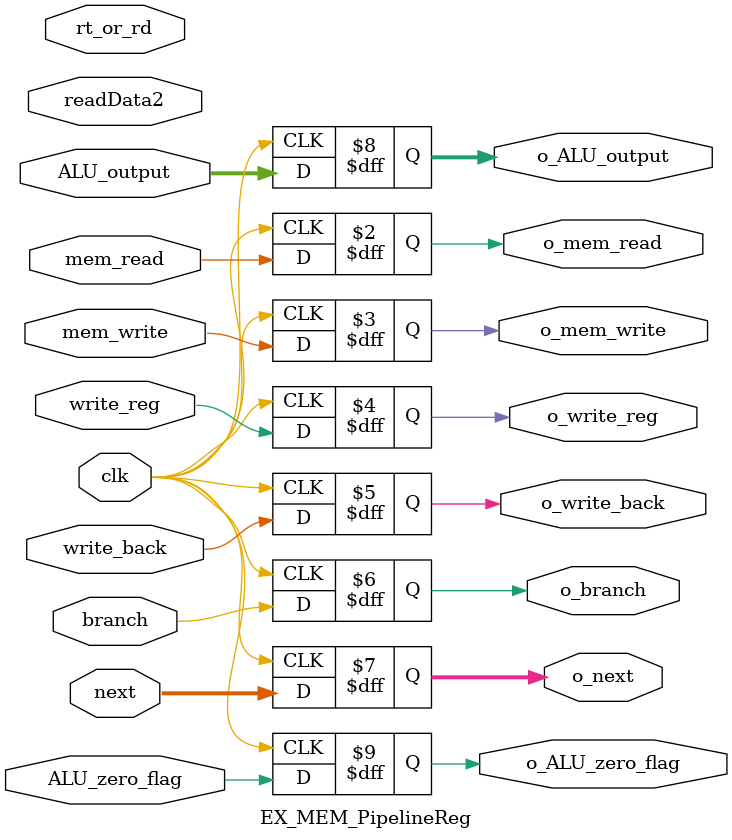
<source format=v>

`timescale 1 ns / 1 ps

module EX_MEM_PipelineReg (clk,branch,write_back,mem_read,mem_write,write_reg,ALU_output,readData2,next,rt_or_rd,ALU_zero_flag,o_mem_read,o_mem_write,
	o_write_reg,o_write_back,o_ALU_output,o_ALU_zero_flag,o_branch,o_next);
	
	input wire clk ;
	
	// control signals coming from control unit
	
	input wire branch ;
	input wire write_back ;	
	input wire mem_read ;
	input wire mem_write ;
	input wire write_reg ; 
	
	input wire [31:0] ALU_output ,readData2;
	input wire [31:0] next ; // ( PC + 4 ) + imm.shift 
	input wire [4:0] rt_or_rd ;// depends on the control signal of RegDst whether we will write in "rt" or "rd"
	input wire ALU_zero_flag ; 	// output of the adder 
	
	output reg o_mem_read;
	output reg o_mem_write;
	output reg o_write_reg ;
	output reg o_write_back ;
	output reg o_branch ;
	output reg [31:0] o_next ; 
	
	output reg [31:0] o_ALU_output ;
	output reg o_ALU_zero_flag ;
	
	always @ (posedge clk)
		begin 
			o_mem_read<=mem_read;
			o_mem_write<=mem_write;
			o_write_reg<=write_reg;
			o_write_back<=write_back;
			o_branch<=branch;
			o_ALU_output<=ALU_output;
			o_ALU_zero_flag<=ALU_zero_flag;	 
			o_next<=next;
		end
endmodule

</source>
